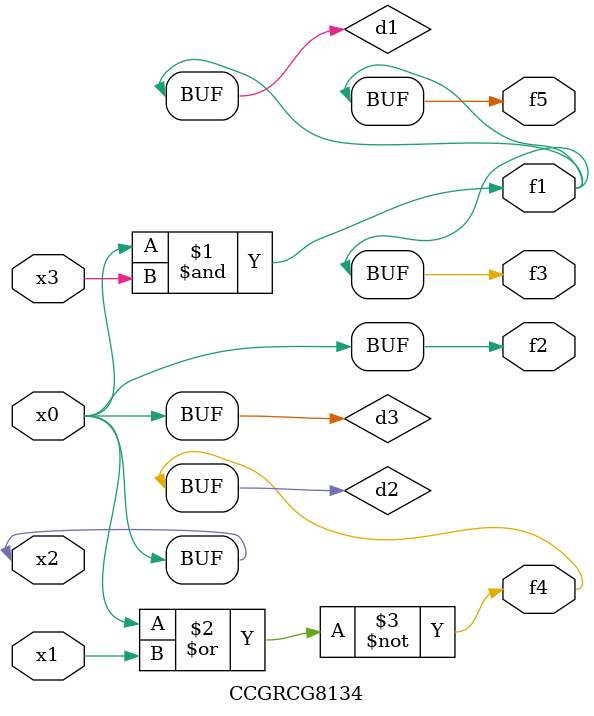
<source format=v>
module CCGRCG8134(
	input x0, x1, x2, x3,
	output f1, f2, f3, f4, f5
);

	wire d1, d2, d3;

	and (d1, x2, x3);
	nor (d2, x0, x1);
	buf (d3, x0, x2);
	assign f1 = d1;
	assign f2 = d3;
	assign f3 = d1;
	assign f4 = d2;
	assign f5 = d1;
endmodule

</source>
